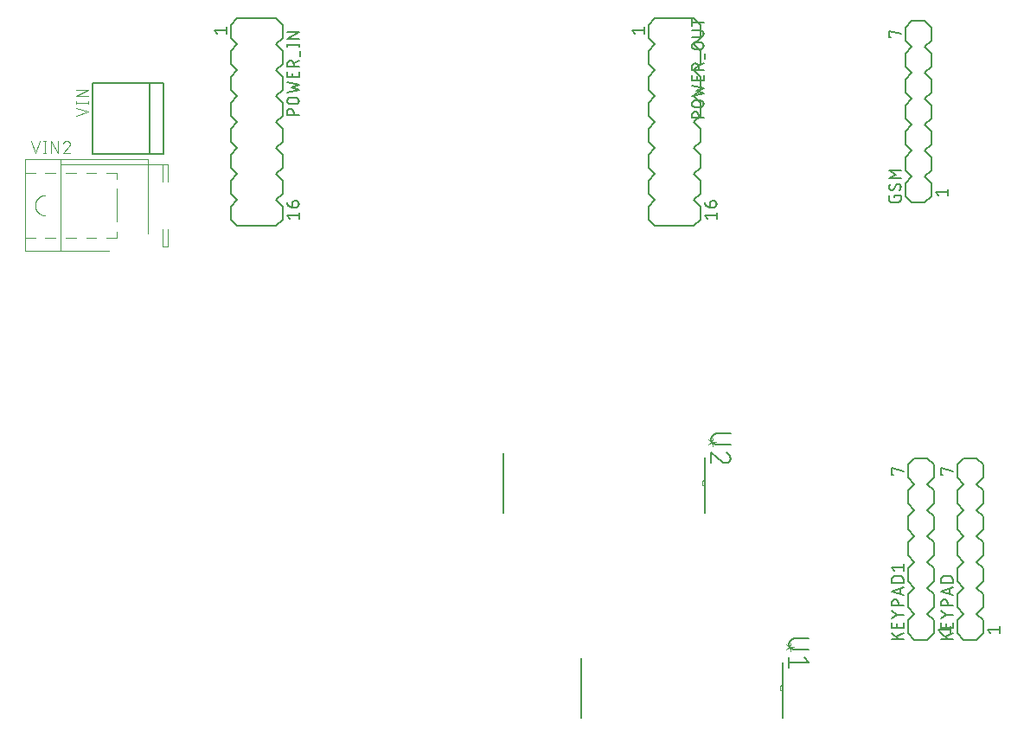
<source format=gbr>
G04 EAGLE Gerber RS-274X export*
G75*
%MOMM*%
%FSLAX34Y34*%
%LPD*%
%INSilkscreen Top*%
%IPPOS*%
%AMOC8*
5,1,8,0,0,1.08239X$1,22.5*%
G01*
%ADD10C,0.152400*%
%ADD11C,0.127000*%
%ADD12C,0.000000*%
%ADD13C,0.076200*%
%ADD14C,0.203200*%
%ADD15C,0.101600*%
%ADD16C,0.100000*%


D10*
X817880Y684530D02*
X817880Y697230D01*
X824230Y703580D01*
X836930Y703580D02*
X843280Y697230D01*
X824230Y703580D02*
X817880Y709930D01*
X817880Y722630D01*
X824230Y728980D01*
X836930Y728980D02*
X843280Y722630D01*
X843280Y709930D01*
X836930Y703580D01*
X836930Y678180D02*
X824230Y678180D01*
X817880Y684530D01*
X836930Y678180D02*
X843280Y684530D01*
X843280Y697230D01*
X824230Y728980D02*
X817880Y735330D01*
X817880Y748030D01*
X824230Y754380D01*
X836930Y754380D02*
X843280Y748030D01*
X843280Y735330D01*
X836930Y728980D01*
X817880Y760730D02*
X817880Y773430D01*
X824230Y779780D01*
X836930Y779780D02*
X843280Y773430D01*
X824230Y779780D02*
X817880Y786130D01*
X817880Y798830D01*
X824230Y805180D01*
X836930Y805180D02*
X843280Y798830D01*
X843280Y786130D01*
X836930Y779780D01*
X817880Y760730D02*
X824230Y754380D01*
X836930Y754380D02*
X843280Y760730D01*
X843280Y773430D01*
X824230Y805180D02*
X817880Y811530D01*
X817880Y824230D01*
X824230Y830580D01*
X836930Y830580D02*
X843280Y824230D01*
X843280Y811530D01*
X836930Y805180D01*
X817880Y836930D02*
X817880Y849630D01*
X824230Y855980D01*
X836930Y855980D01*
X843280Y849630D01*
X824230Y830580D02*
X817880Y836930D01*
X836930Y830580D02*
X843280Y836930D01*
X843280Y849630D01*
D11*
X847725Y688340D02*
X850265Y685165D01*
X847725Y688340D02*
X859155Y688340D01*
X859155Y685165D02*
X859155Y691515D01*
X803275Y840105D02*
X802005Y840105D01*
X802005Y846455D01*
X813435Y843280D01*
X807085Y685165D02*
X807085Y683260D01*
X807085Y685165D02*
X813435Y685165D01*
X813435Y681355D01*
X813433Y681255D01*
X813427Y681156D01*
X813417Y681056D01*
X813404Y680958D01*
X813386Y680859D01*
X813365Y680762D01*
X813340Y680666D01*
X813311Y680570D01*
X813278Y680476D01*
X813242Y680383D01*
X813202Y680292D01*
X813158Y680202D01*
X813111Y680114D01*
X813061Y680028D01*
X813007Y679944D01*
X812950Y679862D01*
X812890Y679783D01*
X812826Y679705D01*
X812760Y679631D01*
X812691Y679559D01*
X812619Y679490D01*
X812545Y679424D01*
X812467Y679360D01*
X812388Y679300D01*
X812306Y679243D01*
X812222Y679189D01*
X812136Y679139D01*
X812048Y679092D01*
X811958Y679048D01*
X811867Y679008D01*
X811774Y678972D01*
X811680Y678939D01*
X811584Y678910D01*
X811488Y678885D01*
X811391Y678864D01*
X811292Y678846D01*
X811194Y678833D01*
X811094Y678823D01*
X810995Y678817D01*
X810895Y678815D01*
X804545Y678815D01*
X804445Y678817D01*
X804346Y678823D01*
X804246Y678833D01*
X804148Y678846D01*
X804049Y678864D01*
X803952Y678885D01*
X803856Y678910D01*
X803760Y678939D01*
X803666Y678972D01*
X803573Y679008D01*
X803482Y679048D01*
X803392Y679092D01*
X803304Y679139D01*
X803218Y679189D01*
X803134Y679243D01*
X803052Y679300D01*
X802973Y679360D01*
X802895Y679424D01*
X802821Y679490D01*
X802749Y679559D01*
X802680Y679631D01*
X802614Y679705D01*
X802550Y679783D01*
X802490Y679862D01*
X802433Y679944D01*
X802379Y680028D01*
X802329Y680114D01*
X802282Y680202D01*
X802238Y680292D01*
X802198Y680383D01*
X802162Y680476D01*
X802129Y680570D01*
X802100Y680666D01*
X802075Y680762D01*
X802054Y680859D01*
X802036Y680958D01*
X802023Y681056D01*
X802013Y681156D01*
X802007Y681255D01*
X802005Y681355D01*
X802005Y685165D01*
X813435Y694055D02*
X813433Y694155D01*
X813427Y694254D01*
X813417Y694354D01*
X813404Y694452D01*
X813386Y694551D01*
X813365Y694648D01*
X813340Y694744D01*
X813311Y694840D01*
X813278Y694934D01*
X813242Y695027D01*
X813202Y695118D01*
X813158Y695208D01*
X813111Y695296D01*
X813061Y695382D01*
X813007Y695466D01*
X812950Y695548D01*
X812890Y695627D01*
X812826Y695705D01*
X812760Y695779D01*
X812691Y695851D01*
X812619Y695920D01*
X812545Y695986D01*
X812467Y696050D01*
X812388Y696110D01*
X812306Y696167D01*
X812222Y696221D01*
X812136Y696271D01*
X812048Y696318D01*
X811958Y696362D01*
X811867Y696402D01*
X811774Y696438D01*
X811680Y696471D01*
X811584Y696500D01*
X811488Y696525D01*
X811391Y696546D01*
X811292Y696564D01*
X811194Y696577D01*
X811094Y696587D01*
X810995Y696593D01*
X810895Y696595D01*
X813435Y694055D02*
X813433Y693914D01*
X813428Y693773D01*
X813418Y693632D01*
X813405Y693491D01*
X813389Y693351D01*
X813368Y693211D01*
X813344Y693072D01*
X813316Y692933D01*
X813285Y692796D01*
X813250Y692659D01*
X813212Y692523D01*
X813170Y692388D01*
X813124Y692255D01*
X813075Y692122D01*
X813022Y691991D01*
X812966Y691862D01*
X812907Y691733D01*
X812844Y691607D01*
X812778Y691482D01*
X812709Y691359D01*
X812636Y691238D01*
X812560Y691119D01*
X812481Y691001D01*
X812400Y690886D01*
X812315Y690774D01*
X812227Y690663D01*
X812136Y690555D01*
X812043Y690449D01*
X811946Y690346D01*
X811847Y690245D01*
X804545Y690563D02*
X804445Y690565D01*
X804346Y690571D01*
X804246Y690581D01*
X804148Y690594D01*
X804049Y690612D01*
X803952Y690633D01*
X803856Y690658D01*
X803760Y690687D01*
X803666Y690720D01*
X803573Y690756D01*
X803482Y690796D01*
X803392Y690840D01*
X803304Y690887D01*
X803218Y690937D01*
X803134Y690991D01*
X803052Y691048D01*
X802973Y691108D01*
X802895Y691172D01*
X802821Y691238D01*
X802749Y691307D01*
X802680Y691379D01*
X802614Y691453D01*
X802550Y691531D01*
X802490Y691610D01*
X802433Y691692D01*
X802379Y691776D01*
X802329Y691862D01*
X802282Y691950D01*
X802238Y692040D01*
X802198Y692131D01*
X802162Y692224D01*
X802129Y692318D01*
X802100Y692414D01*
X802075Y692510D01*
X802054Y692607D01*
X802036Y692706D01*
X802023Y692804D01*
X802013Y692904D01*
X802007Y693003D01*
X802005Y693103D01*
X802007Y693236D01*
X802012Y693369D01*
X802022Y693502D01*
X802035Y693635D01*
X802052Y693767D01*
X802072Y693899D01*
X802096Y694030D01*
X802124Y694160D01*
X802155Y694290D01*
X802190Y694418D01*
X802229Y694546D01*
X802271Y694672D01*
X802317Y694797D01*
X802366Y694921D01*
X802418Y695044D01*
X802474Y695165D01*
X802534Y695284D01*
X802596Y695402D01*
X802662Y695517D01*
X802731Y695631D01*
X802804Y695743D01*
X802879Y695853D01*
X802958Y695961D01*
X806768Y691832D02*
X806716Y691748D01*
X806661Y691665D01*
X806602Y691585D01*
X806541Y691507D01*
X806477Y691432D01*
X806409Y691359D01*
X806339Y691288D01*
X806267Y691221D01*
X806192Y691156D01*
X806114Y691094D01*
X806034Y691035D01*
X805952Y690979D01*
X805868Y690927D01*
X805782Y690878D01*
X805694Y690832D01*
X805604Y690789D01*
X805513Y690750D01*
X805420Y690715D01*
X805326Y690683D01*
X805231Y690655D01*
X805135Y690630D01*
X805038Y690610D01*
X804940Y690592D01*
X804842Y690579D01*
X804743Y690570D01*
X804644Y690564D01*
X804545Y690562D01*
X808672Y695325D02*
X808724Y695409D01*
X808779Y695492D01*
X808838Y695572D01*
X808899Y695650D01*
X808963Y695725D01*
X809031Y695798D01*
X809101Y695869D01*
X809173Y695936D01*
X809248Y696001D01*
X809326Y696063D01*
X809406Y696122D01*
X809488Y696178D01*
X809572Y696230D01*
X809658Y696279D01*
X809746Y696325D01*
X809836Y696368D01*
X809927Y696407D01*
X810020Y696442D01*
X810114Y696474D01*
X810209Y696502D01*
X810305Y696527D01*
X810402Y696547D01*
X810500Y696565D01*
X810598Y696578D01*
X810697Y696587D01*
X810796Y696593D01*
X810895Y696595D01*
X808673Y695325D02*
X806768Y691833D01*
X802005Y701802D02*
X813435Y701802D01*
X808355Y705612D02*
X802005Y701802D01*
X808355Y705612D02*
X802005Y709422D01*
X813435Y709422D01*
D10*
X868680Y269240D02*
X868680Y256540D01*
X868680Y269240D02*
X875030Y275590D01*
X887730Y275590D02*
X894080Y269240D01*
X875030Y275590D02*
X868680Y281940D01*
X868680Y294640D01*
X875030Y300990D01*
X887730Y300990D02*
X894080Y294640D01*
X894080Y281940D01*
X887730Y275590D01*
X887730Y250190D02*
X875030Y250190D01*
X868680Y256540D01*
X887730Y250190D02*
X894080Y256540D01*
X894080Y269240D01*
X875030Y300990D02*
X868680Y307340D01*
X868680Y320040D01*
X875030Y326390D01*
X887730Y326390D02*
X894080Y320040D01*
X894080Y307340D01*
X887730Y300990D01*
X868680Y332740D02*
X868680Y345440D01*
X875030Y351790D01*
X887730Y351790D02*
X894080Y345440D01*
X875030Y351790D02*
X868680Y358140D01*
X868680Y370840D01*
X875030Y377190D01*
X887730Y377190D02*
X894080Y370840D01*
X894080Y358140D01*
X887730Y351790D01*
X868680Y332740D02*
X875030Y326390D01*
X887730Y326390D02*
X894080Y332740D01*
X894080Y345440D01*
X875030Y377190D02*
X868680Y383540D01*
X868680Y396240D01*
X875030Y402590D01*
X887730Y402590D02*
X894080Y396240D01*
X894080Y383540D01*
X887730Y377190D01*
X868680Y408940D02*
X868680Y421640D01*
X875030Y427990D01*
X887730Y427990D01*
X894080Y421640D01*
X875030Y402590D02*
X868680Y408940D01*
X887730Y402590D02*
X894080Y408940D01*
X894080Y421640D01*
D11*
X898525Y260350D02*
X901065Y257175D01*
X898525Y260350D02*
X909955Y260350D01*
X909955Y257175D02*
X909955Y263525D01*
X854075Y412115D02*
X852805Y412115D01*
X852805Y418465D01*
X864235Y415290D01*
X864235Y250825D02*
X852805Y250825D01*
X852805Y257175D02*
X859790Y250825D01*
X857250Y253365D02*
X864235Y257175D01*
X864235Y262090D02*
X864235Y267170D01*
X864235Y262090D02*
X852805Y262090D01*
X852805Y267170D01*
X857885Y265900D02*
X857885Y262090D01*
X852805Y270954D02*
X858203Y274764D01*
X852805Y278574D01*
X858203Y274764D02*
X864235Y274764D01*
X864235Y283591D02*
X852805Y283591D01*
X852805Y286766D01*
X852807Y286877D01*
X852813Y286987D01*
X852822Y287098D01*
X852836Y287208D01*
X852853Y287317D01*
X852874Y287426D01*
X852899Y287534D01*
X852928Y287641D01*
X852960Y287747D01*
X852996Y287852D01*
X853036Y287955D01*
X853079Y288057D01*
X853126Y288158D01*
X853177Y288257D01*
X853230Y288354D01*
X853287Y288448D01*
X853348Y288541D01*
X853411Y288632D01*
X853478Y288721D01*
X853548Y288807D01*
X853621Y288890D01*
X853696Y288972D01*
X853774Y289050D01*
X853856Y289125D01*
X853939Y289198D01*
X854025Y289268D01*
X854114Y289335D01*
X854205Y289398D01*
X854298Y289459D01*
X854393Y289516D01*
X854489Y289569D01*
X854588Y289620D01*
X854689Y289667D01*
X854791Y289710D01*
X854894Y289750D01*
X854999Y289786D01*
X855105Y289818D01*
X855212Y289847D01*
X855320Y289872D01*
X855429Y289893D01*
X855538Y289910D01*
X855648Y289924D01*
X855759Y289933D01*
X855869Y289939D01*
X855980Y289941D01*
X856091Y289939D01*
X856201Y289933D01*
X856312Y289924D01*
X856422Y289910D01*
X856531Y289893D01*
X856640Y289872D01*
X856748Y289847D01*
X856855Y289818D01*
X856961Y289786D01*
X857066Y289750D01*
X857169Y289710D01*
X857271Y289667D01*
X857372Y289620D01*
X857471Y289569D01*
X857568Y289516D01*
X857662Y289459D01*
X857755Y289398D01*
X857846Y289335D01*
X857935Y289268D01*
X858021Y289198D01*
X858104Y289125D01*
X858186Y289050D01*
X858264Y288972D01*
X858339Y288890D01*
X858412Y288807D01*
X858482Y288721D01*
X858549Y288632D01*
X858612Y288541D01*
X858673Y288448D01*
X858730Y288354D01*
X858783Y288257D01*
X858834Y288158D01*
X858881Y288057D01*
X858924Y287955D01*
X858964Y287852D01*
X859000Y287747D01*
X859032Y287641D01*
X859061Y287534D01*
X859086Y287426D01*
X859107Y287317D01*
X859124Y287208D01*
X859138Y287098D01*
X859147Y286987D01*
X859153Y286877D01*
X859155Y286766D01*
X859155Y283591D01*
X864235Y293814D02*
X852805Y297624D01*
X864235Y301434D01*
X861378Y300482D02*
X861378Y294767D01*
X864235Y306260D02*
X852805Y306260D01*
X852805Y309435D01*
X852807Y309546D01*
X852813Y309656D01*
X852822Y309767D01*
X852836Y309877D01*
X852853Y309986D01*
X852874Y310095D01*
X852899Y310203D01*
X852928Y310310D01*
X852960Y310416D01*
X852996Y310521D01*
X853036Y310624D01*
X853079Y310726D01*
X853126Y310827D01*
X853177Y310926D01*
X853230Y311023D01*
X853287Y311117D01*
X853348Y311210D01*
X853411Y311301D01*
X853478Y311390D01*
X853548Y311476D01*
X853621Y311559D01*
X853696Y311641D01*
X853774Y311719D01*
X853856Y311794D01*
X853939Y311867D01*
X854025Y311937D01*
X854114Y312004D01*
X854205Y312067D01*
X854298Y312128D01*
X854393Y312185D01*
X854489Y312238D01*
X854588Y312289D01*
X854689Y312336D01*
X854791Y312379D01*
X854894Y312419D01*
X854999Y312455D01*
X855105Y312487D01*
X855212Y312516D01*
X855320Y312541D01*
X855429Y312562D01*
X855538Y312579D01*
X855648Y312593D01*
X855759Y312602D01*
X855869Y312608D01*
X855980Y312610D01*
X861060Y312610D01*
X861171Y312608D01*
X861281Y312602D01*
X861392Y312593D01*
X861502Y312579D01*
X861611Y312562D01*
X861720Y312541D01*
X861828Y312516D01*
X861935Y312487D01*
X862041Y312455D01*
X862146Y312419D01*
X862249Y312379D01*
X862351Y312336D01*
X862452Y312289D01*
X862551Y312238D01*
X862648Y312185D01*
X862742Y312128D01*
X862835Y312067D01*
X862926Y312004D01*
X863015Y311937D01*
X863101Y311867D01*
X863184Y311794D01*
X863266Y311719D01*
X863344Y311641D01*
X863419Y311559D01*
X863492Y311476D01*
X863562Y311390D01*
X863629Y311301D01*
X863692Y311210D01*
X863753Y311117D01*
X863810Y311023D01*
X863863Y310926D01*
X863914Y310827D01*
X863961Y310726D01*
X864004Y310624D01*
X864044Y310521D01*
X864080Y310416D01*
X864112Y310310D01*
X864141Y310203D01*
X864166Y310095D01*
X864187Y309986D01*
X864204Y309877D01*
X864218Y309767D01*
X864227Y309656D01*
X864233Y309546D01*
X864235Y309435D01*
X864235Y306260D01*
D10*
X820420Y269240D02*
X820420Y256540D01*
X820420Y269240D02*
X826770Y275590D01*
X839470Y275590D02*
X845820Y269240D01*
X826770Y275590D02*
X820420Y281940D01*
X820420Y294640D01*
X826770Y300990D01*
X839470Y300990D02*
X845820Y294640D01*
X845820Y281940D01*
X839470Y275590D01*
X839470Y250190D02*
X826770Y250190D01*
X820420Y256540D01*
X839470Y250190D02*
X845820Y256540D01*
X845820Y269240D01*
X826770Y300990D02*
X820420Y307340D01*
X820420Y320040D01*
X826770Y326390D01*
X839470Y326390D02*
X845820Y320040D01*
X845820Y307340D01*
X839470Y300990D01*
X820420Y332740D02*
X820420Y345440D01*
X826770Y351790D01*
X839470Y351790D02*
X845820Y345440D01*
X826770Y351790D02*
X820420Y358140D01*
X820420Y370840D01*
X826770Y377190D01*
X839470Y377190D02*
X845820Y370840D01*
X845820Y358140D01*
X839470Y351790D01*
X820420Y332740D02*
X826770Y326390D01*
X839470Y326390D02*
X845820Y332740D01*
X845820Y345440D01*
X826770Y377190D02*
X820420Y383540D01*
X820420Y396240D01*
X826770Y402590D01*
X839470Y402590D02*
X845820Y396240D01*
X845820Y383540D01*
X839470Y377190D01*
X820420Y408940D02*
X820420Y421640D01*
X826770Y427990D01*
X839470Y427990D01*
X845820Y421640D01*
X826770Y402590D02*
X820420Y408940D01*
X839470Y402590D02*
X845820Y408940D01*
X845820Y421640D01*
D11*
X850265Y260350D02*
X852805Y257175D01*
X850265Y260350D02*
X861695Y260350D01*
X861695Y257175D02*
X861695Y263525D01*
X805815Y412115D02*
X804545Y412115D01*
X804545Y418465D01*
X815975Y415290D01*
X815975Y250825D02*
X804545Y250825D01*
X804545Y257175D02*
X811530Y250825D01*
X808990Y253365D02*
X815975Y257175D01*
X815975Y262090D02*
X815975Y267170D01*
X815975Y262090D02*
X804545Y262090D01*
X804545Y267170D01*
X809625Y265900D02*
X809625Y262090D01*
X804545Y270954D02*
X809943Y274764D01*
X804545Y278574D01*
X809943Y274764D02*
X815975Y274764D01*
X815975Y283591D02*
X804545Y283591D01*
X804545Y286766D01*
X804547Y286877D01*
X804553Y286987D01*
X804562Y287098D01*
X804576Y287208D01*
X804593Y287317D01*
X804614Y287426D01*
X804639Y287534D01*
X804668Y287641D01*
X804700Y287747D01*
X804736Y287852D01*
X804776Y287955D01*
X804819Y288057D01*
X804866Y288158D01*
X804917Y288257D01*
X804970Y288354D01*
X805027Y288448D01*
X805088Y288541D01*
X805151Y288632D01*
X805218Y288721D01*
X805288Y288807D01*
X805361Y288890D01*
X805436Y288972D01*
X805514Y289050D01*
X805596Y289125D01*
X805679Y289198D01*
X805765Y289268D01*
X805854Y289335D01*
X805945Y289398D01*
X806038Y289459D01*
X806133Y289516D01*
X806229Y289569D01*
X806328Y289620D01*
X806429Y289667D01*
X806531Y289710D01*
X806634Y289750D01*
X806739Y289786D01*
X806845Y289818D01*
X806952Y289847D01*
X807060Y289872D01*
X807169Y289893D01*
X807278Y289910D01*
X807388Y289924D01*
X807499Y289933D01*
X807609Y289939D01*
X807720Y289941D01*
X807831Y289939D01*
X807941Y289933D01*
X808052Y289924D01*
X808162Y289910D01*
X808271Y289893D01*
X808380Y289872D01*
X808488Y289847D01*
X808595Y289818D01*
X808701Y289786D01*
X808806Y289750D01*
X808909Y289710D01*
X809011Y289667D01*
X809112Y289620D01*
X809211Y289569D01*
X809308Y289516D01*
X809402Y289459D01*
X809495Y289398D01*
X809586Y289335D01*
X809675Y289268D01*
X809761Y289198D01*
X809844Y289125D01*
X809926Y289050D01*
X810004Y288972D01*
X810079Y288890D01*
X810152Y288807D01*
X810222Y288721D01*
X810289Y288632D01*
X810352Y288541D01*
X810413Y288448D01*
X810470Y288354D01*
X810523Y288257D01*
X810574Y288158D01*
X810621Y288057D01*
X810664Y287955D01*
X810704Y287852D01*
X810740Y287747D01*
X810772Y287641D01*
X810801Y287534D01*
X810826Y287426D01*
X810847Y287317D01*
X810864Y287208D01*
X810878Y287098D01*
X810887Y286987D01*
X810893Y286877D01*
X810895Y286766D01*
X810895Y283591D01*
X815975Y293814D02*
X804545Y297624D01*
X815975Y301434D01*
X813118Y300482D02*
X813118Y294767D01*
X815975Y306260D02*
X804545Y306260D01*
X804545Y309435D01*
X804547Y309546D01*
X804553Y309656D01*
X804562Y309767D01*
X804576Y309877D01*
X804593Y309986D01*
X804614Y310095D01*
X804639Y310203D01*
X804668Y310310D01*
X804700Y310416D01*
X804736Y310521D01*
X804776Y310624D01*
X804819Y310726D01*
X804866Y310827D01*
X804917Y310926D01*
X804970Y311023D01*
X805027Y311117D01*
X805088Y311210D01*
X805151Y311301D01*
X805218Y311390D01*
X805288Y311476D01*
X805361Y311559D01*
X805436Y311641D01*
X805514Y311719D01*
X805596Y311794D01*
X805679Y311867D01*
X805765Y311937D01*
X805854Y312004D01*
X805945Y312067D01*
X806038Y312128D01*
X806133Y312185D01*
X806229Y312238D01*
X806328Y312289D01*
X806429Y312336D01*
X806531Y312379D01*
X806634Y312419D01*
X806739Y312455D01*
X806845Y312487D01*
X806952Y312516D01*
X807060Y312541D01*
X807169Y312562D01*
X807278Y312579D01*
X807388Y312593D01*
X807499Y312602D01*
X807609Y312608D01*
X807720Y312610D01*
X812800Y312610D01*
X812911Y312608D01*
X813021Y312602D01*
X813132Y312593D01*
X813242Y312579D01*
X813351Y312562D01*
X813460Y312541D01*
X813568Y312516D01*
X813675Y312487D01*
X813781Y312455D01*
X813886Y312419D01*
X813989Y312379D01*
X814091Y312336D01*
X814192Y312289D01*
X814291Y312238D01*
X814388Y312185D01*
X814482Y312128D01*
X814575Y312067D01*
X814666Y312004D01*
X814755Y311937D01*
X814841Y311867D01*
X814924Y311794D01*
X815006Y311719D01*
X815084Y311641D01*
X815159Y311559D01*
X815232Y311476D01*
X815302Y311390D01*
X815369Y311301D01*
X815432Y311210D01*
X815493Y311117D01*
X815550Y311023D01*
X815603Y310926D01*
X815654Y310827D01*
X815701Y310726D01*
X815744Y310624D01*
X815784Y310521D01*
X815820Y310416D01*
X815852Y310310D01*
X815881Y310203D01*
X815906Y310095D01*
X815927Y309986D01*
X815944Y309877D01*
X815958Y309767D01*
X815967Y309656D01*
X815973Y309546D01*
X815975Y309435D01*
X815975Y306260D01*
X807085Y318071D02*
X804545Y321246D01*
X815975Y321246D01*
X815975Y318071D02*
X815975Y324421D01*
D10*
X208280Y839470D02*
X208280Y852170D01*
X208280Y839470D02*
X201930Y833120D01*
X208280Y826770D01*
X208280Y814070D01*
X201930Y807720D01*
X208280Y852170D02*
X201930Y858520D01*
X201930Y807720D02*
X208280Y801370D01*
X208280Y788670D01*
X201930Y782320D01*
X208280Y775970D02*
X208280Y763270D01*
X201930Y756920D01*
X208280Y750570D01*
X208280Y737870D01*
X201930Y731520D01*
X208280Y775970D02*
X201930Y782320D01*
X201930Y731520D02*
X208280Y725170D01*
X208280Y712470D01*
X201930Y706120D01*
X163830Y833120D02*
X157480Y839470D01*
X157480Y814070D02*
X163830Y807720D01*
X157480Y814070D02*
X157480Y826770D01*
X163830Y833120D01*
X163830Y858520D02*
X201930Y858520D01*
X163830Y858520D02*
X157480Y852170D01*
X157480Y839470D01*
X157480Y788670D02*
X163830Y782320D01*
X157480Y788670D02*
X157480Y801370D01*
X163830Y807720D01*
X157480Y763270D02*
X163830Y756920D01*
X157480Y737870D02*
X163830Y731520D01*
X157480Y737870D02*
X157480Y750570D01*
X163830Y756920D01*
X157480Y775970D02*
X163830Y782320D01*
X157480Y775970D02*
X157480Y763270D01*
X157480Y712470D02*
X163830Y706120D01*
X157480Y712470D02*
X157480Y725170D01*
X163830Y731520D01*
X208280Y699770D02*
X208280Y687070D01*
X201930Y680720D01*
X208280Y674370D01*
X208280Y661670D01*
X201930Y655320D01*
X208280Y699770D02*
X201930Y706120D01*
X201930Y655320D02*
X163830Y655320D01*
X163830Y680720D02*
X157480Y687070D01*
X157480Y661670D02*
X163830Y655320D01*
X157480Y661670D02*
X157480Y674370D01*
X163830Y680720D01*
X157480Y699770D02*
X163830Y706120D01*
X157480Y699770D02*
X157480Y687070D01*
D11*
X144145Y843915D02*
X141605Y847090D01*
X153035Y847090D01*
X153035Y843915D02*
X153035Y850265D01*
X212725Y665480D02*
X215265Y662305D01*
X212725Y665480D02*
X224155Y665480D01*
X224155Y662305D02*
X224155Y668655D01*
X217805Y673735D02*
X217805Y677545D01*
X217807Y677645D01*
X217813Y677744D01*
X217823Y677844D01*
X217836Y677942D01*
X217854Y678041D01*
X217875Y678138D01*
X217900Y678234D01*
X217929Y678330D01*
X217962Y678424D01*
X217998Y678517D01*
X218038Y678608D01*
X218082Y678698D01*
X218129Y678786D01*
X218179Y678872D01*
X218233Y678956D01*
X218290Y679038D01*
X218350Y679117D01*
X218414Y679195D01*
X218480Y679269D01*
X218549Y679341D01*
X218621Y679410D01*
X218695Y679476D01*
X218773Y679540D01*
X218852Y679600D01*
X218934Y679657D01*
X219018Y679711D01*
X219104Y679761D01*
X219192Y679808D01*
X219282Y679852D01*
X219373Y679892D01*
X219466Y679928D01*
X219560Y679961D01*
X219656Y679990D01*
X219752Y680015D01*
X219849Y680036D01*
X219948Y680054D01*
X220046Y680067D01*
X220146Y680077D01*
X220245Y680083D01*
X220345Y680085D01*
X220980Y680085D01*
X221091Y680083D01*
X221201Y680077D01*
X221312Y680068D01*
X221422Y680054D01*
X221531Y680037D01*
X221640Y680016D01*
X221748Y679991D01*
X221855Y679962D01*
X221961Y679930D01*
X222066Y679894D01*
X222169Y679854D01*
X222271Y679811D01*
X222372Y679764D01*
X222471Y679713D01*
X222568Y679660D01*
X222662Y679603D01*
X222755Y679542D01*
X222846Y679479D01*
X222935Y679412D01*
X223021Y679342D01*
X223104Y679269D01*
X223186Y679194D01*
X223264Y679116D01*
X223339Y679034D01*
X223412Y678951D01*
X223482Y678865D01*
X223549Y678776D01*
X223612Y678685D01*
X223673Y678592D01*
X223730Y678497D01*
X223783Y678401D01*
X223834Y678302D01*
X223881Y678201D01*
X223924Y678099D01*
X223964Y677996D01*
X224000Y677891D01*
X224032Y677785D01*
X224061Y677678D01*
X224086Y677570D01*
X224107Y677461D01*
X224124Y677352D01*
X224138Y677242D01*
X224147Y677131D01*
X224153Y677021D01*
X224155Y676910D01*
X224153Y676799D01*
X224147Y676689D01*
X224138Y676578D01*
X224124Y676468D01*
X224107Y676359D01*
X224086Y676250D01*
X224061Y676142D01*
X224032Y676035D01*
X224000Y675929D01*
X223964Y675824D01*
X223924Y675721D01*
X223881Y675619D01*
X223834Y675518D01*
X223783Y675419D01*
X223730Y675323D01*
X223673Y675228D01*
X223612Y675135D01*
X223549Y675044D01*
X223482Y674955D01*
X223412Y674869D01*
X223339Y674786D01*
X223264Y674704D01*
X223186Y674626D01*
X223104Y674551D01*
X223021Y674478D01*
X222935Y674408D01*
X222846Y674341D01*
X222755Y674278D01*
X222662Y674217D01*
X222567Y674160D01*
X222471Y674107D01*
X222372Y674056D01*
X222271Y674009D01*
X222169Y673966D01*
X222066Y673926D01*
X221961Y673890D01*
X221855Y673858D01*
X221748Y673829D01*
X221640Y673804D01*
X221531Y673783D01*
X221422Y673766D01*
X221312Y673752D01*
X221201Y673743D01*
X221091Y673737D01*
X220980Y673735D01*
X217805Y673735D01*
X217665Y673737D01*
X217525Y673743D01*
X217385Y673752D01*
X217246Y673766D01*
X217107Y673783D01*
X216969Y673804D01*
X216831Y673829D01*
X216694Y673858D01*
X216558Y673890D01*
X216423Y673927D01*
X216289Y673967D01*
X216156Y674010D01*
X216024Y674058D01*
X215893Y674108D01*
X215764Y674163D01*
X215637Y674221D01*
X215511Y674282D01*
X215387Y674347D01*
X215265Y674416D01*
X215145Y674487D01*
X215027Y674562D01*
X214910Y674640D01*
X214796Y674722D01*
X214685Y674806D01*
X214576Y674894D01*
X214469Y674984D01*
X214364Y675078D01*
X214263Y675174D01*
X214164Y675273D01*
X214068Y675374D01*
X213974Y675479D01*
X213884Y675586D01*
X213796Y675695D01*
X213712Y675806D01*
X213630Y675920D01*
X213552Y676037D01*
X213477Y676155D01*
X213406Y676275D01*
X213337Y676397D01*
X213272Y676521D01*
X213211Y676647D01*
X213153Y676774D01*
X213098Y676903D01*
X213048Y677034D01*
X213000Y677166D01*
X212957Y677299D01*
X212917Y677433D01*
X212880Y677568D01*
X212848Y677704D01*
X212819Y677841D01*
X212794Y677979D01*
X212773Y678117D01*
X212756Y678256D01*
X212742Y678395D01*
X212733Y678535D01*
X212727Y678675D01*
X212725Y678815D01*
X212725Y763969D02*
X224155Y763969D01*
X212725Y763969D02*
X212725Y767144D01*
X212727Y767255D01*
X212733Y767365D01*
X212742Y767476D01*
X212756Y767586D01*
X212773Y767695D01*
X212794Y767804D01*
X212819Y767912D01*
X212848Y768019D01*
X212880Y768125D01*
X212916Y768230D01*
X212956Y768333D01*
X212999Y768435D01*
X213046Y768536D01*
X213097Y768635D01*
X213150Y768732D01*
X213207Y768826D01*
X213268Y768919D01*
X213331Y769010D01*
X213398Y769099D01*
X213468Y769185D01*
X213541Y769268D01*
X213616Y769350D01*
X213694Y769428D01*
X213776Y769503D01*
X213859Y769576D01*
X213945Y769646D01*
X214034Y769713D01*
X214125Y769776D01*
X214218Y769837D01*
X214313Y769894D01*
X214409Y769947D01*
X214508Y769998D01*
X214609Y770045D01*
X214711Y770088D01*
X214814Y770128D01*
X214919Y770164D01*
X215025Y770196D01*
X215132Y770225D01*
X215240Y770250D01*
X215349Y770271D01*
X215458Y770288D01*
X215568Y770302D01*
X215679Y770311D01*
X215789Y770317D01*
X215900Y770319D01*
X216011Y770317D01*
X216121Y770311D01*
X216232Y770302D01*
X216342Y770288D01*
X216451Y770271D01*
X216560Y770250D01*
X216668Y770225D01*
X216775Y770196D01*
X216881Y770164D01*
X216986Y770128D01*
X217089Y770088D01*
X217191Y770045D01*
X217292Y769998D01*
X217391Y769947D01*
X217488Y769894D01*
X217582Y769837D01*
X217675Y769776D01*
X217766Y769713D01*
X217855Y769646D01*
X217941Y769576D01*
X218024Y769503D01*
X218106Y769428D01*
X218184Y769350D01*
X218259Y769268D01*
X218332Y769185D01*
X218402Y769099D01*
X218469Y769010D01*
X218532Y768919D01*
X218593Y768826D01*
X218650Y768732D01*
X218703Y768635D01*
X218754Y768536D01*
X218801Y768435D01*
X218844Y768333D01*
X218884Y768230D01*
X218920Y768125D01*
X218952Y768019D01*
X218981Y767912D01*
X219006Y767804D01*
X219027Y767695D01*
X219044Y767586D01*
X219058Y767476D01*
X219067Y767365D01*
X219073Y767255D01*
X219075Y767144D01*
X219075Y763969D01*
X220980Y774827D02*
X215900Y774827D01*
X215789Y774829D01*
X215679Y774835D01*
X215568Y774844D01*
X215458Y774858D01*
X215349Y774875D01*
X215240Y774896D01*
X215132Y774921D01*
X215025Y774950D01*
X214919Y774982D01*
X214814Y775018D01*
X214711Y775058D01*
X214609Y775101D01*
X214508Y775148D01*
X214409Y775199D01*
X214313Y775252D01*
X214218Y775309D01*
X214125Y775370D01*
X214034Y775433D01*
X213945Y775500D01*
X213859Y775570D01*
X213776Y775643D01*
X213694Y775718D01*
X213616Y775796D01*
X213541Y775878D01*
X213468Y775961D01*
X213398Y776047D01*
X213331Y776136D01*
X213268Y776227D01*
X213207Y776320D01*
X213150Y776415D01*
X213097Y776511D01*
X213046Y776610D01*
X212999Y776711D01*
X212956Y776813D01*
X212916Y776916D01*
X212880Y777021D01*
X212848Y777127D01*
X212819Y777234D01*
X212794Y777342D01*
X212773Y777451D01*
X212756Y777560D01*
X212742Y777670D01*
X212733Y777781D01*
X212727Y777891D01*
X212725Y778002D01*
X212727Y778113D01*
X212733Y778223D01*
X212742Y778334D01*
X212756Y778444D01*
X212773Y778553D01*
X212794Y778662D01*
X212819Y778770D01*
X212848Y778877D01*
X212880Y778983D01*
X212916Y779088D01*
X212956Y779191D01*
X212999Y779293D01*
X213046Y779394D01*
X213097Y779493D01*
X213150Y779590D01*
X213207Y779684D01*
X213268Y779777D01*
X213331Y779868D01*
X213398Y779957D01*
X213468Y780043D01*
X213541Y780126D01*
X213616Y780208D01*
X213694Y780286D01*
X213776Y780361D01*
X213859Y780434D01*
X213945Y780504D01*
X214034Y780571D01*
X214125Y780634D01*
X214218Y780695D01*
X214313Y780752D01*
X214409Y780805D01*
X214508Y780856D01*
X214609Y780903D01*
X214711Y780946D01*
X214814Y780986D01*
X214919Y781022D01*
X215025Y781054D01*
X215132Y781083D01*
X215240Y781108D01*
X215349Y781129D01*
X215458Y781146D01*
X215568Y781160D01*
X215679Y781169D01*
X215789Y781175D01*
X215900Y781177D01*
X220980Y781177D01*
X221091Y781175D01*
X221201Y781169D01*
X221312Y781160D01*
X221422Y781146D01*
X221531Y781129D01*
X221640Y781108D01*
X221748Y781083D01*
X221855Y781054D01*
X221961Y781022D01*
X222066Y780986D01*
X222169Y780946D01*
X222271Y780903D01*
X222372Y780856D01*
X222471Y780805D01*
X222568Y780752D01*
X222662Y780695D01*
X222755Y780634D01*
X222846Y780571D01*
X222935Y780504D01*
X223021Y780434D01*
X223104Y780361D01*
X223186Y780286D01*
X223264Y780208D01*
X223339Y780126D01*
X223412Y780043D01*
X223482Y779957D01*
X223549Y779868D01*
X223612Y779777D01*
X223673Y779684D01*
X223730Y779589D01*
X223783Y779493D01*
X223834Y779394D01*
X223881Y779293D01*
X223924Y779191D01*
X223964Y779088D01*
X224000Y778983D01*
X224032Y778877D01*
X224061Y778770D01*
X224086Y778662D01*
X224107Y778553D01*
X224124Y778444D01*
X224138Y778334D01*
X224147Y778223D01*
X224153Y778113D01*
X224155Y778002D01*
X224153Y777891D01*
X224147Y777781D01*
X224138Y777670D01*
X224124Y777560D01*
X224107Y777451D01*
X224086Y777342D01*
X224061Y777234D01*
X224032Y777127D01*
X224000Y777021D01*
X223964Y776916D01*
X223924Y776813D01*
X223881Y776711D01*
X223834Y776610D01*
X223783Y776511D01*
X223730Y776415D01*
X223673Y776320D01*
X223612Y776227D01*
X223549Y776136D01*
X223482Y776047D01*
X223412Y775961D01*
X223339Y775878D01*
X223264Y775796D01*
X223186Y775718D01*
X223104Y775643D01*
X223021Y775570D01*
X222935Y775500D01*
X222846Y775433D01*
X222755Y775370D01*
X222662Y775309D01*
X222567Y775252D01*
X222471Y775199D01*
X222372Y775148D01*
X222271Y775101D01*
X222169Y775058D01*
X222066Y775018D01*
X221961Y774982D01*
X221855Y774950D01*
X221748Y774921D01*
X221640Y774896D01*
X221531Y774875D01*
X221422Y774858D01*
X221312Y774844D01*
X221201Y774835D01*
X221091Y774829D01*
X220980Y774827D01*
X212725Y785876D02*
X224155Y788416D01*
X216535Y790956D01*
X224155Y793496D01*
X212725Y796036D01*
X224155Y801141D02*
X224155Y806221D01*
X224155Y801141D02*
X212725Y801141D01*
X212725Y806221D01*
X217805Y804951D02*
X217805Y801141D01*
X212725Y811105D02*
X224155Y811105D01*
X212725Y811105D02*
X212725Y814280D01*
X212727Y814391D01*
X212733Y814501D01*
X212742Y814612D01*
X212756Y814722D01*
X212773Y814831D01*
X212794Y814940D01*
X212819Y815048D01*
X212848Y815155D01*
X212880Y815261D01*
X212916Y815366D01*
X212956Y815469D01*
X212999Y815571D01*
X213046Y815672D01*
X213097Y815771D01*
X213150Y815868D01*
X213207Y815962D01*
X213268Y816055D01*
X213331Y816146D01*
X213398Y816235D01*
X213468Y816321D01*
X213541Y816404D01*
X213616Y816486D01*
X213694Y816564D01*
X213776Y816639D01*
X213859Y816712D01*
X213945Y816782D01*
X214034Y816849D01*
X214125Y816912D01*
X214218Y816973D01*
X214313Y817030D01*
X214409Y817083D01*
X214508Y817134D01*
X214609Y817181D01*
X214711Y817224D01*
X214814Y817264D01*
X214919Y817300D01*
X215025Y817332D01*
X215132Y817361D01*
X215240Y817386D01*
X215349Y817407D01*
X215458Y817424D01*
X215568Y817438D01*
X215679Y817447D01*
X215789Y817453D01*
X215900Y817455D01*
X216011Y817453D01*
X216121Y817447D01*
X216232Y817438D01*
X216342Y817424D01*
X216451Y817407D01*
X216560Y817386D01*
X216668Y817361D01*
X216775Y817332D01*
X216881Y817300D01*
X216986Y817264D01*
X217089Y817224D01*
X217191Y817181D01*
X217292Y817134D01*
X217391Y817083D01*
X217488Y817030D01*
X217582Y816973D01*
X217675Y816912D01*
X217766Y816849D01*
X217855Y816782D01*
X217941Y816712D01*
X218024Y816639D01*
X218106Y816564D01*
X218184Y816486D01*
X218259Y816404D01*
X218332Y816321D01*
X218402Y816235D01*
X218469Y816146D01*
X218532Y816055D01*
X218593Y815962D01*
X218650Y815868D01*
X218703Y815771D01*
X218754Y815672D01*
X218801Y815571D01*
X218844Y815469D01*
X218884Y815366D01*
X218920Y815261D01*
X218952Y815155D01*
X218981Y815048D01*
X219006Y814940D01*
X219027Y814831D01*
X219044Y814722D01*
X219058Y814612D01*
X219067Y814501D01*
X219073Y814391D01*
X219075Y814280D01*
X219075Y811105D01*
X219075Y814915D02*
X224155Y817455D01*
X225425Y821944D02*
X225425Y827024D01*
X224155Y832485D02*
X212725Y832485D01*
X224155Y831215D02*
X224155Y833755D01*
X212725Y833755D02*
X212725Y831215D01*
X212725Y838835D02*
X224155Y838835D01*
X224155Y845185D02*
X212725Y838835D01*
X212725Y845185D02*
X224155Y845185D01*
D10*
X500888Y232410D02*
X500888Y173990D01*
X697992Y173990D02*
X697992Y200152D01*
X697992Y206248D01*
X697992Y228092D01*
D12*
X697992Y206248D02*
X697883Y206246D01*
X697775Y206240D01*
X697666Y206231D01*
X697558Y206217D01*
X697451Y206200D01*
X697344Y206178D01*
X697238Y206153D01*
X697133Y206125D01*
X697029Y206092D01*
X696927Y206056D01*
X696826Y206016D01*
X696726Y205973D01*
X696628Y205926D01*
X696531Y205875D01*
X696437Y205821D01*
X696344Y205764D01*
X696254Y205704D01*
X696165Y205640D01*
X696079Y205573D01*
X695996Y205504D01*
X695915Y205431D01*
X695837Y205355D01*
X695761Y205277D01*
X695688Y205196D01*
X695619Y205113D01*
X695552Y205027D01*
X695488Y204938D01*
X695428Y204848D01*
X695371Y204755D01*
X695317Y204661D01*
X695266Y204564D01*
X695219Y204466D01*
X695176Y204366D01*
X695136Y204265D01*
X695100Y204163D01*
X695067Y204059D01*
X695039Y203954D01*
X695014Y203848D01*
X694992Y203741D01*
X694975Y203634D01*
X694961Y203526D01*
X694952Y203417D01*
X694946Y203309D01*
X694944Y203200D01*
X694946Y203091D01*
X694952Y202983D01*
X694961Y202874D01*
X694975Y202766D01*
X694992Y202659D01*
X695014Y202552D01*
X695039Y202446D01*
X695067Y202341D01*
X695100Y202237D01*
X695136Y202135D01*
X695176Y202034D01*
X695219Y201934D01*
X695266Y201836D01*
X695317Y201739D01*
X695371Y201645D01*
X695428Y201552D01*
X695488Y201462D01*
X695552Y201373D01*
X695619Y201287D01*
X695688Y201204D01*
X695761Y201123D01*
X695837Y201045D01*
X695915Y200969D01*
X695996Y200896D01*
X696079Y200827D01*
X696165Y200760D01*
X696254Y200696D01*
X696344Y200636D01*
X696437Y200579D01*
X696531Y200525D01*
X696628Y200474D01*
X696726Y200427D01*
X696826Y200384D01*
X696927Y200344D01*
X697029Y200308D01*
X697133Y200275D01*
X697238Y200247D01*
X697344Y200222D01*
X697451Y200200D01*
X697558Y200183D01*
X697666Y200169D01*
X697775Y200160D01*
X697883Y200154D01*
X697992Y200152D01*
D13*
X704540Y243113D02*
X708519Y243113D01*
X704540Y243113D02*
X701555Y240792D01*
X704540Y243113D02*
X701555Y245435D01*
X704540Y243113D02*
X705866Y239466D01*
X704540Y243113D02*
X705866Y246761D01*
D14*
X709309Y251460D02*
X722884Y251460D01*
X709309Y251460D02*
X709166Y251458D01*
X709024Y251452D01*
X708882Y251442D01*
X708740Y251429D01*
X708598Y251411D01*
X708457Y251390D01*
X708317Y251365D01*
X708177Y251336D01*
X708038Y251303D01*
X707900Y251266D01*
X707764Y251226D01*
X707628Y251182D01*
X707494Y251134D01*
X707361Y251083D01*
X707229Y251028D01*
X707099Y250969D01*
X706971Y250907D01*
X706844Y250841D01*
X706719Y250772D01*
X706596Y250700D01*
X706475Y250624D01*
X706357Y250545D01*
X706240Y250463D01*
X706126Y250377D01*
X706014Y250289D01*
X705905Y250197D01*
X705798Y250103D01*
X705694Y250006D01*
X705592Y249906D01*
X705493Y249803D01*
X705397Y249697D01*
X705304Y249589D01*
X705214Y249478D01*
X705127Y249365D01*
X705044Y249250D01*
X704963Y249132D01*
X704886Y249012D01*
X704811Y248891D01*
X704741Y248767D01*
X704673Y248641D01*
X704609Y248513D01*
X704549Y248384D01*
X704492Y248253D01*
X704439Y248121D01*
X704389Y247987D01*
X704344Y247852D01*
X704301Y247716D01*
X704263Y247579D01*
X704228Y247440D01*
X704197Y247301D01*
X704170Y247161D01*
X704147Y247021D01*
X704127Y246879D01*
X704112Y246737D01*
X704100Y246595D01*
X704092Y246453D01*
X704088Y246310D01*
X704088Y246168D01*
X704092Y246025D01*
X704100Y245883D01*
X704112Y245741D01*
X704127Y245599D01*
X704147Y245457D01*
X704170Y245317D01*
X704197Y245177D01*
X704228Y245038D01*
X704263Y244899D01*
X704301Y244762D01*
X704344Y244626D01*
X704389Y244491D01*
X704439Y244357D01*
X704492Y244225D01*
X704549Y244094D01*
X704609Y243965D01*
X704673Y243837D01*
X704741Y243711D01*
X704811Y243587D01*
X704886Y243466D01*
X704963Y243346D01*
X705044Y243228D01*
X705127Y243113D01*
X705214Y243000D01*
X705304Y242889D01*
X705397Y242781D01*
X705493Y242675D01*
X705592Y242572D01*
X705694Y242472D01*
X705798Y242375D01*
X705905Y242281D01*
X706014Y242189D01*
X706126Y242101D01*
X706240Y242015D01*
X706357Y241933D01*
X706475Y241854D01*
X706596Y241778D01*
X706719Y241706D01*
X706844Y241637D01*
X706971Y241571D01*
X707099Y241509D01*
X707229Y241450D01*
X707361Y241395D01*
X707494Y241344D01*
X707628Y241296D01*
X707764Y241252D01*
X707900Y241212D01*
X708038Y241175D01*
X708177Y241142D01*
X708317Y241113D01*
X708457Y241088D01*
X708598Y241067D01*
X708740Y241049D01*
X708882Y241036D01*
X709024Y241026D01*
X709166Y241020D01*
X709309Y241018D01*
X722884Y241018D01*
X718707Y233031D02*
X722884Y227810D01*
X704088Y227810D01*
X704088Y233031D02*
X704088Y222589D01*
D10*
X424688Y374650D02*
X424688Y433070D01*
X621792Y400812D02*
X621792Y374650D01*
X621792Y400812D02*
X621792Y406908D01*
X621792Y428752D01*
D12*
X621792Y406908D02*
X621683Y406906D01*
X621575Y406900D01*
X621466Y406891D01*
X621358Y406877D01*
X621251Y406860D01*
X621144Y406838D01*
X621038Y406813D01*
X620933Y406785D01*
X620829Y406752D01*
X620727Y406716D01*
X620626Y406676D01*
X620526Y406633D01*
X620428Y406586D01*
X620331Y406535D01*
X620237Y406481D01*
X620144Y406424D01*
X620054Y406364D01*
X619965Y406300D01*
X619879Y406233D01*
X619796Y406164D01*
X619715Y406091D01*
X619637Y406015D01*
X619561Y405937D01*
X619488Y405856D01*
X619419Y405773D01*
X619352Y405687D01*
X619288Y405598D01*
X619228Y405508D01*
X619171Y405415D01*
X619117Y405321D01*
X619066Y405224D01*
X619019Y405126D01*
X618976Y405026D01*
X618936Y404925D01*
X618900Y404823D01*
X618867Y404719D01*
X618839Y404614D01*
X618814Y404508D01*
X618792Y404401D01*
X618775Y404294D01*
X618761Y404186D01*
X618752Y404077D01*
X618746Y403969D01*
X618744Y403860D01*
X618746Y403751D01*
X618752Y403643D01*
X618761Y403534D01*
X618775Y403426D01*
X618792Y403319D01*
X618814Y403212D01*
X618839Y403106D01*
X618867Y403001D01*
X618900Y402897D01*
X618936Y402795D01*
X618976Y402694D01*
X619019Y402594D01*
X619066Y402496D01*
X619117Y402399D01*
X619171Y402305D01*
X619228Y402212D01*
X619288Y402122D01*
X619352Y402033D01*
X619419Y401947D01*
X619488Y401864D01*
X619561Y401783D01*
X619637Y401705D01*
X619715Y401629D01*
X619796Y401556D01*
X619879Y401487D01*
X619965Y401420D01*
X620054Y401356D01*
X620144Y401296D01*
X620237Y401239D01*
X620331Y401185D01*
X620428Y401134D01*
X620526Y401087D01*
X620626Y401044D01*
X620727Y401004D01*
X620829Y400968D01*
X620933Y400935D01*
X621038Y400907D01*
X621144Y400882D01*
X621251Y400860D01*
X621358Y400843D01*
X621466Y400829D01*
X621575Y400820D01*
X621683Y400814D01*
X621792Y400812D01*
D13*
X628340Y443773D02*
X632319Y443773D01*
X628340Y443773D02*
X625355Y441452D01*
X628340Y443773D02*
X625355Y446095D01*
X628340Y443773D02*
X629666Y440126D01*
X628340Y443773D02*
X629666Y447421D01*
D14*
X633109Y452120D02*
X646684Y452120D01*
X633109Y452120D02*
X632966Y452118D01*
X632824Y452112D01*
X632682Y452102D01*
X632540Y452089D01*
X632398Y452071D01*
X632257Y452050D01*
X632117Y452025D01*
X631977Y451996D01*
X631838Y451963D01*
X631700Y451926D01*
X631564Y451886D01*
X631428Y451842D01*
X631294Y451794D01*
X631161Y451743D01*
X631029Y451688D01*
X630899Y451629D01*
X630771Y451567D01*
X630644Y451501D01*
X630519Y451432D01*
X630396Y451360D01*
X630275Y451284D01*
X630157Y451205D01*
X630040Y451123D01*
X629926Y451037D01*
X629814Y450949D01*
X629705Y450857D01*
X629598Y450763D01*
X629494Y450666D01*
X629392Y450566D01*
X629293Y450463D01*
X629197Y450357D01*
X629104Y450249D01*
X629014Y450138D01*
X628927Y450025D01*
X628844Y449910D01*
X628763Y449792D01*
X628686Y449672D01*
X628611Y449551D01*
X628541Y449427D01*
X628473Y449301D01*
X628409Y449173D01*
X628349Y449044D01*
X628292Y448913D01*
X628239Y448781D01*
X628189Y448647D01*
X628144Y448512D01*
X628101Y448376D01*
X628063Y448239D01*
X628028Y448100D01*
X627997Y447961D01*
X627970Y447821D01*
X627947Y447681D01*
X627927Y447539D01*
X627912Y447397D01*
X627900Y447255D01*
X627892Y447113D01*
X627888Y446970D01*
X627888Y446828D01*
X627892Y446685D01*
X627900Y446543D01*
X627912Y446401D01*
X627927Y446259D01*
X627947Y446117D01*
X627970Y445977D01*
X627997Y445837D01*
X628028Y445698D01*
X628063Y445559D01*
X628101Y445422D01*
X628144Y445286D01*
X628189Y445151D01*
X628239Y445017D01*
X628292Y444885D01*
X628349Y444754D01*
X628409Y444625D01*
X628473Y444497D01*
X628541Y444371D01*
X628611Y444247D01*
X628686Y444126D01*
X628763Y444006D01*
X628844Y443888D01*
X628927Y443773D01*
X629014Y443660D01*
X629104Y443549D01*
X629197Y443441D01*
X629293Y443335D01*
X629392Y443232D01*
X629494Y443132D01*
X629598Y443035D01*
X629705Y442941D01*
X629814Y442849D01*
X629926Y442761D01*
X630040Y442675D01*
X630157Y442593D01*
X630275Y442514D01*
X630396Y442438D01*
X630519Y442366D01*
X630644Y442297D01*
X630771Y442231D01*
X630899Y442169D01*
X631029Y442110D01*
X631161Y442055D01*
X631294Y442004D01*
X631428Y441956D01*
X631564Y441912D01*
X631700Y441872D01*
X631838Y441835D01*
X631977Y441802D01*
X632117Y441773D01*
X632257Y441748D01*
X632398Y441727D01*
X632540Y441709D01*
X632682Y441696D01*
X632824Y441686D01*
X632966Y441680D01*
X633109Y441678D01*
X646684Y441678D01*
X646684Y427948D02*
X646682Y427814D01*
X646676Y427680D01*
X646667Y427546D01*
X646653Y427412D01*
X646636Y427279D01*
X646615Y427147D01*
X646590Y427015D01*
X646562Y426884D01*
X646530Y426753D01*
X646494Y426624D01*
X646454Y426496D01*
X646411Y426369D01*
X646364Y426243D01*
X646313Y426119D01*
X646259Y425996D01*
X646202Y425875D01*
X646141Y425755D01*
X646077Y425637D01*
X646009Y425521D01*
X645938Y425408D01*
X645864Y425296D01*
X645787Y425186D01*
X645706Y425079D01*
X645623Y424973D01*
X645536Y424871D01*
X645447Y424771D01*
X645355Y424673D01*
X645260Y424578D01*
X645162Y424486D01*
X645062Y424397D01*
X644960Y424310D01*
X644854Y424227D01*
X644747Y424146D01*
X644637Y424069D01*
X644525Y423995D01*
X644412Y423924D01*
X644296Y423856D01*
X644178Y423792D01*
X644058Y423731D01*
X643937Y423674D01*
X643814Y423620D01*
X643690Y423569D01*
X643564Y423522D01*
X643437Y423479D01*
X643309Y423439D01*
X643180Y423403D01*
X643049Y423371D01*
X642918Y423343D01*
X642786Y423318D01*
X642654Y423297D01*
X642521Y423280D01*
X642387Y423266D01*
X642253Y423257D01*
X642119Y423251D01*
X641985Y423249D01*
X646684Y427948D02*
X646682Y428100D01*
X646676Y428252D01*
X646667Y428403D01*
X646653Y428554D01*
X646636Y428705D01*
X646615Y428856D01*
X646591Y429005D01*
X646562Y429155D01*
X646530Y429303D01*
X646494Y429450D01*
X646454Y429597D01*
X646411Y429743D01*
X646364Y429887D01*
X646314Y430030D01*
X646259Y430172D01*
X646202Y430312D01*
X646140Y430451D01*
X646076Y430589D01*
X646008Y430724D01*
X645936Y430858D01*
X645861Y430990D01*
X645783Y431121D01*
X645702Y431249D01*
X645617Y431375D01*
X645529Y431499D01*
X645438Y431620D01*
X645345Y431740D01*
X645248Y431857D01*
X645148Y431971D01*
X645045Y432083D01*
X644940Y432192D01*
X644832Y432299D01*
X644721Y432403D01*
X644608Y432504D01*
X644492Y432602D01*
X644374Y432697D01*
X644253Y432790D01*
X644130Y432879D01*
X644005Y432965D01*
X643878Y433048D01*
X643749Y433127D01*
X643617Y433204D01*
X643484Y433277D01*
X643349Y433346D01*
X643213Y433413D01*
X643074Y433475D01*
X642935Y433535D01*
X642793Y433591D01*
X642651Y433643D01*
X642507Y433691D01*
X638330Y424815D02*
X638429Y424715D01*
X638530Y424617D01*
X638634Y424522D01*
X638741Y424430D01*
X638850Y424341D01*
X638962Y424255D01*
X639076Y424172D01*
X639192Y424092D01*
X639311Y424016D01*
X639431Y423943D01*
X639554Y423873D01*
X639678Y423807D01*
X639804Y423744D01*
X639932Y423685D01*
X640062Y423630D01*
X640193Y423578D01*
X640325Y423530D01*
X640459Y423485D01*
X640594Y423444D01*
X640730Y423408D01*
X640867Y423374D01*
X641005Y423345D01*
X641143Y423320D01*
X641283Y423298D01*
X641422Y423280D01*
X641563Y423267D01*
X641703Y423257D01*
X641844Y423251D01*
X641985Y423249D01*
X638330Y424815D02*
X627888Y433691D01*
X627888Y423249D01*
D11*
X77880Y725460D02*
X21880Y725460D01*
X77880Y725460D02*
X91880Y725460D01*
X91880Y795460D01*
X77880Y795460D01*
X21880Y795460D01*
X21880Y725460D01*
X77880Y725460D02*
X77880Y795460D01*
D15*
X18072Y767037D02*
X6388Y763143D01*
X6388Y770932D02*
X18072Y767037D01*
X18072Y776181D02*
X6388Y776181D01*
X18072Y774883D02*
X18072Y777480D01*
X6388Y777480D02*
X6388Y774883D01*
X6388Y782461D02*
X18072Y782461D01*
X18072Y788952D02*
X6388Y782461D01*
X6388Y788952D02*
X18072Y788952D01*
D16*
X-44000Y643640D02*
X-44000Y630640D01*
X-44000Y643640D02*
X-44000Y707640D01*
X-44000Y720640D01*
X-9000Y715640D02*
X-9000Y630640D01*
X-9000Y715640D02*
X-9000Y720640D01*
X-9000Y715640D02*
X76000Y715640D01*
X76000Y720640D01*
X-44000Y720640D01*
X76000Y715640D02*
X91000Y715640D01*
X96000Y715640D01*
X-34000Y707640D02*
X-44000Y707640D01*
X-24000Y707640D02*
X-14000Y707640D01*
X-4000Y707640D02*
X6000Y707640D01*
X16000Y707640D02*
X26000Y707640D01*
X36000Y707640D02*
X46000Y707640D01*
X-34000Y643640D02*
X-44000Y643640D01*
X-24000Y643640D02*
X-14000Y643640D01*
X-4000Y643640D02*
X6000Y643640D01*
X16000Y643640D02*
X26000Y643640D01*
X36000Y643640D02*
X46000Y643640D01*
X46000Y649640D01*
X46000Y659640D02*
X46000Y665640D01*
X46000Y685640D01*
X46000Y691640D01*
X46000Y701640D02*
X46000Y707640D01*
X-24000Y685640D02*
X-24244Y685637D01*
X-24487Y685628D01*
X-24730Y685613D01*
X-24973Y685593D01*
X-25215Y685566D01*
X-25456Y685533D01*
X-25696Y685495D01*
X-25936Y685451D01*
X-26174Y685401D01*
X-26411Y685345D01*
X-26647Y685283D01*
X-26881Y685216D01*
X-27113Y685143D01*
X-27344Y685064D01*
X-27572Y684980D01*
X-27799Y684890D01*
X-28023Y684795D01*
X-28245Y684694D01*
X-28464Y684588D01*
X-28680Y684477D01*
X-28894Y684360D01*
X-29105Y684239D01*
X-29313Y684112D01*
X-29518Y683980D01*
X-29719Y683843D01*
X-29917Y683701D01*
X-30112Y683555D01*
X-30303Y683404D01*
X-30490Y683248D01*
X-30673Y683088D01*
X-30853Y682923D01*
X-31028Y682754D01*
X-31199Y682581D01*
X-31366Y682403D01*
X-31528Y682222D01*
X-31686Y682037D01*
X-31840Y681848D01*
X-31989Y681655D01*
X-32133Y681459D01*
X-32272Y681259D01*
X-32407Y681056D01*
X-32536Y680849D01*
X-32660Y680640D01*
X-32779Y680428D01*
X-32893Y680212D01*
X-33002Y679995D01*
X-33105Y679774D01*
X-33203Y679551D01*
X-33296Y679326D01*
X-33383Y679098D01*
X-33464Y678869D01*
X-33540Y678637D01*
X-33610Y678404D01*
X-33675Y678169D01*
X-33734Y677933D01*
X-33787Y677695D01*
X-33834Y677456D01*
X-33875Y677216D01*
X-33910Y676975D01*
X-33940Y676734D01*
X-33964Y676491D01*
X-33981Y676248D01*
X-33993Y676005D01*
X-33999Y675762D01*
X-33999Y675518D01*
X-33993Y675275D01*
X-33981Y675032D01*
X-33964Y674789D01*
X-33940Y674546D01*
X-33910Y674305D01*
X-33875Y674064D01*
X-33834Y673824D01*
X-33787Y673585D01*
X-33734Y673347D01*
X-33675Y673111D01*
X-33610Y672876D01*
X-33540Y672643D01*
X-33464Y672411D01*
X-33383Y672182D01*
X-33296Y671954D01*
X-33203Y671729D01*
X-33105Y671506D01*
X-33002Y671285D01*
X-32893Y671068D01*
X-32779Y670852D01*
X-32660Y670640D01*
X-32536Y670431D01*
X-32407Y670224D01*
X-32272Y670021D01*
X-32133Y669821D01*
X-31989Y669625D01*
X-31840Y669432D01*
X-31686Y669243D01*
X-31528Y669058D01*
X-31366Y668877D01*
X-31199Y668699D01*
X-31028Y668526D01*
X-30853Y668357D01*
X-30673Y668192D01*
X-30490Y668032D01*
X-30303Y667876D01*
X-30112Y667725D01*
X-29917Y667579D01*
X-29719Y667437D01*
X-29518Y667300D01*
X-29313Y667168D01*
X-29105Y667041D01*
X-28894Y666920D01*
X-28680Y666803D01*
X-28464Y666692D01*
X-28245Y666586D01*
X-28023Y666485D01*
X-27799Y666390D01*
X-27572Y666300D01*
X-27344Y666216D01*
X-27113Y666137D01*
X-26881Y666064D01*
X-26647Y665997D01*
X-26411Y665935D01*
X-26174Y665879D01*
X-25936Y665829D01*
X-25696Y665785D01*
X-25456Y665747D01*
X-25215Y665714D01*
X-24973Y665687D01*
X-24730Y665667D01*
X-24487Y665652D01*
X-24244Y665643D01*
X-24000Y665640D01*
X-44000Y630640D02*
X37900Y630640D01*
X91000Y635640D02*
X96000Y635640D01*
X96000Y652140D01*
X96000Y699140D02*
X96000Y715640D01*
X76000Y715640D02*
X76000Y648340D01*
X91000Y699140D02*
X91000Y715640D01*
X91000Y652140D02*
X91000Y635640D01*
D15*
X-33697Y726948D02*
X-37592Y738632D01*
X-29803Y738632D02*
X-33697Y726948D01*
X-24553Y726948D02*
X-24553Y738632D01*
X-25852Y726948D02*
X-23255Y726948D01*
X-23255Y738632D02*
X-25852Y738632D01*
X-18274Y738632D02*
X-18274Y726948D01*
X-11783Y726948D02*
X-18274Y738632D01*
X-11783Y738632D02*
X-11783Y726948D01*
X-2893Y738632D02*
X-2786Y738630D01*
X-2680Y738624D01*
X-2574Y738614D01*
X-2468Y738601D01*
X-2362Y738583D01*
X-2258Y738562D01*
X-2154Y738537D01*
X-2051Y738508D01*
X-1950Y738476D01*
X-1850Y738439D01*
X-1751Y738399D01*
X-1653Y738356D01*
X-1557Y738309D01*
X-1463Y738258D01*
X-1371Y738204D01*
X-1281Y738147D01*
X-1193Y738087D01*
X-1108Y738023D01*
X-1025Y737956D01*
X-944Y737886D01*
X-866Y737814D01*
X-790Y737738D01*
X-718Y737660D01*
X-648Y737579D01*
X-581Y737496D01*
X-517Y737411D01*
X-457Y737323D01*
X-400Y737233D01*
X-346Y737141D01*
X-295Y737047D01*
X-248Y736951D01*
X-205Y736853D01*
X-165Y736754D01*
X-128Y736654D01*
X-96Y736553D01*
X-67Y736450D01*
X-42Y736346D01*
X-21Y736242D01*
X-3Y736136D01*
X10Y736030D01*
X20Y735924D01*
X26Y735818D01*
X28Y735711D01*
X-2893Y738632D02*
X-3014Y738630D01*
X-3135Y738624D01*
X-3255Y738614D01*
X-3376Y738601D01*
X-3495Y738583D01*
X-3615Y738562D01*
X-3733Y738537D01*
X-3850Y738508D01*
X-3967Y738475D01*
X-4082Y738439D01*
X-4196Y738398D01*
X-4309Y738355D01*
X-4421Y738307D01*
X-4530Y738256D01*
X-4638Y738201D01*
X-4745Y738143D01*
X-4849Y738082D01*
X-4951Y738017D01*
X-5051Y737949D01*
X-5149Y737878D01*
X-5245Y737804D01*
X-5338Y737727D01*
X-5428Y737646D01*
X-5516Y737563D01*
X-5601Y737477D01*
X-5684Y737388D01*
X-5763Y737297D01*
X-5840Y737203D01*
X-5913Y737107D01*
X-5983Y737009D01*
X-6050Y736908D01*
X-6114Y736805D01*
X-6175Y736700D01*
X-6232Y736593D01*
X-6285Y736485D01*
X-6335Y736375D01*
X-6381Y736263D01*
X-6424Y736150D01*
X-6463Y736035D01*
X-946Y733439D02*
X-867Y733517D01*
X-791Y733597D01*
X-718Y733680D01*
X-648Y733766D01*
X-581Y733853D01*
X-517Y733944D01*
X-457Y734036D01*
X-399Y734130D01*
X-345Y734227D01*
X-295Y734325D01*
X-248Y734425D01*
X-204Y734526D01*
X-164Y734629D01*
X-128Y734734D01*
X-96Y734839D01*
X-67Y734946D01*
X-42Y735053D01*
X-20Y735162D01*
X-3Y735271D01*
X11Y735380D01*
X20Y735490D01*
X26Y735601D01*
X28Y735711D01*
X-946Y733439D02*
X-6463Y726948D01*
X28Y726948D01*
D10*
X617220Y839470D02*
X617220Y852170D01*
X617220Y839470D02*
X610870Y833120D01*
X617220Y826770D01*
X617220Y814070D01*
X610870Y807720D01*
X617220Y852170D02*
X610870Y858520D01*
X610870Y807720D02*
X617220Y801370D01*
X617220Y788670D01*
X610870Y782320D01*
X617220Y775970D02*
X617220Y763270D01*
X610870Y756920D01*
X617220Y750570D01*
X617220Y737870D01*
X610870Y731520D01*
X617220Y775970D02*
X610870Y782320D01*
X610870Y731520D02*
X617220Y725170D01*
X617220Y712470D01*
X610870Y706120D01*
X572770Y833120D02*
X566420Y839470D01*
X566420Y814070D02*
X572770Y807720D01*
X566420Y814070D02*
X566420Y826770D01*
X572770Y833120D01*
X572770Y858520D02*
X610870Y858520D01*
X572770Y858520D02*
X566420Y852170D01*
X566420Y839470D01*
X566420Y788670D02*
X572770Y782320D01*
X566420Y788670D02*
X566420Y801370D01*
X572770Y807720D01*
X566420Y763270D02*
X572770Y756920D01*
X566420Y737870D02*
X572770Y731520D01*
X566420Y737870D02*
X566420Y750570D01*
X572770Y756920D01*
X566420Y775970D02*
X572770Y782320D01*
X566420Y775970D02*
X566420Y763270D01*
X566420Y712470D02*
X572770Y706120D01*
X566420Y712470D02*
X566420Y725170D01*
X572770Y731520D01*
X617220Y699770D02*
X617220Y687070D01*
X610870Y680720D01*
X617220Y674370D01*
X617220Y661670D01*
X610870Y655320D01*
X617220Y699770D02*
X610870Y706120D01*
X610870Y655320D02*
X572770Y655320D01*
X572770Y680720D02*
X566420Y687070D01*
X566420Y661670D02*
X572770Y655320D01*
X566420Y661670D02*
X566420Y674370D01*
X572770Y680720D01*
X566420Y699770D02*
X572770Y706120D01*
X566420Y699770D02*
X566420Y687070D01*
D11*
X553085Y843915D02*
X550545Y847090D01*
X561975Y847090D01*
X561975Y843915D02*
X561975Y850265D01*
X621665Y665480D02*
X624205Y662305D01*
X621665Y665480D02*
X633095Y665480D01*
X633095Y662305D02*
X633095Y668655D01*
X626745Y673735D02*
X626745Y677545D01*
X626747Y677645D01*
X626753Y677744D01*
X626763Y677844D01*
X626776Y677942D01*
X626794Y678041D01*
X626815Y678138D01*
X626840Y678234D01*
X626869Y678330D01*
X626902Y678424D01*
X626938Y678517D01*
X626978Y678608D01*
X627022Y678698D01*
X627069Y678786D01*
X627119Y678872D01*
X627173Y678956D01*
X627230Y679038D01*
X627290Y679117D01*
X627354Y679195D01*
X627420Y679269D01*
X627489Y679341D01*
X627561Y679410D01*
X627635Y679476D01*
X627713Y679540D01*
X627792Y679600D01*
X627874Y679657D01*
X627958Y679711D01*
X628044Y679761D01*
X628132Y679808D01*
X628222Y679852D01*
X628313Y679892D01*
X628406Y679928D01*
X628500Y679961D01*
X628596Y679990D01*
X628692Y680015D01*
X628789Y680036D01*
X628888Y680054D01*
X628986Y680067D01*
X629086Y680077D01*
X629185Y680083D01*
X629285Y680085D01*
X629920Y680085D01*
X630031Y680083D01*
X630141Y680077D01*
X630252Y680068D01*
X630362Y680054D01*
X630471Y680037D01*
X630580Y680016D01*
X630688Y679991D01*
X630795Y679962D01*
X630901Y679930D01*
X631006Y679894D01*
X631109Y679854D01*
X631211Y679811D01*
X631312Y679764D01*
X631411Y679713D01*
X631508Y679660D01*
X631602Y679603D01*
X631695Y679542D01*
X631786Y679479D01*
X631875Y679412D01*
X631961Y679342D01*
X632044Y679269D01*
X632126Y679194D01*
X632204Y679116D01*
X632279Y679034D01*
X632352Y678951D01*
X632422Y678865D01*
X632489Y678776D01*
X632552Y678685D01*
X632613Y678592D01*
X632670Y678497D01*
X632723Y678401D01*
X632774Y678302D01*
X632821Y678201D01*
X632864Y678099D01*
X632904Y677996D01*
X632940Y677891D01*
X632972Y677785D01*
X633001Y677678D01*
X633026Y677570D01*
X633047Y677461D01*
X633064Y677352D01*
X633078Y677242D01*
X633087Y677131D01*
X633093Y677021D01*
X633095Y676910D01*
X633093Y676799D01*
X633087Y676689D01*
X633078Y676578D01*
X633064Y676468D01*
X633047Y676359D01*
X633026Y676250D01*
X633001Y676142D01*
X632972Y676035D01*
X632940Y675929D01*
X632904Y675824D01*
X632864Y675721D01*
X632821Y675619D01*
X632774Y675518D01*
X632723Y675419D01*
X632670Y675323D01*
X632613Y675228D01*
X632552Y675135D01*
X632489Y675044D01*
X632422Y674955D01*
X632352Y674869D01*
X632279Y674786D01*
X632204Y674704D01*
X632126Y674626D01*
X632044Y674551D01*
X631961Y674478D01*
X631875Y674408D01*
X631786Y674341D01*
X631695Y674278D01*
X631602Y674217D01*
X631508Y674160D01*
X631411Y674107D01*
X631312Y674056D01*
X631211Y674009D01*
X631109Y673966D01*
X631006Y673926D01*
X630901Y673890D01*
X630795Y673858D01*
X630688Y673829D01*
X630580Y673804D01*
X630471Y673783D01*
X630362Y673766D01*
X630252Y673752D01*
X630141Y673743D01*
X630031Y673737D01*
X629920Y673735D01*
X626745Y673735D01*
X626605Y673737D01*
X626465Y673743D01*
X626325Y673752D01*
X626186Y673766D01*
X626047Y673783D01*
X625909Y673804D01*
X625771Y673829D01*
X625634Y673858D01*
X625498Y673890D01*
X625363Y673927D01*
X625229Y673967D01*
X625096Y674010D01*
X624964Y674058D01*
X624833Y674108D01*
X624704Y674163D01*
X624577Y674221D01*
X624451Y674282D01*
X624327Y674347D01*
X624205Y674416D01*
X624085Y674487D01*
X623967Y674562D01*
X623850Y674640D01*
X623736Y674722D01*
X623625Y674806D01*
X623516Y674894D01*
X623409Y674984D01*
X623304Y675078D01*
X623203Y675174D01*
X623104Y675273D01*
X623008Y675374D01*
X622914Y675479D01*
X622824Y675586D01*
X622736Y675695D01*
X622652Y675806D01*
X622570Y675920D01*
X622492Y676037D01*
X622417Y676155D01*
X622346Y676275D01*
X622277Y676397D01*
X622212Y676521D01*
X622151Y676647D01*
X622093Y676774D01*
X622038Y676903D01*
X621988Y677034D01*
X621940Y677166D01*
X621897Y677299D01*
X621857Y677433D01*
X621820Y677568D01*
X621788Y677704D01*
X621759Y677841D01*
X621734Y677979D01*
X621713Y678117D01*
X621696Y678256D01*
X621682Y678395D01*
X621673Y678535D01*
X621667Y678675D01*
X621665Y678815D01*
X620395Y761048D02*
X608965Y761048D01*
X608965Y764223D01*
X608967Y764334D01*
X608973Y764444D01*
X608982Y764555D01*
X608996Y764665D01*
X609013Y764774D01*
X609034Y764883D01*
X609059Y764991D01*
X609088Y765098D01*
X609120Y765204D01*
X609156Y765309D01*
X609196Y765412D01*
X609239Y765514D01*
X609286Y765615D01*
X609337Y765714D01*
X609390Y765811D01*
X609447Y765905D01*
X609508Y765998D01*
X609571Y766089D01*
X609638Y766178D01*
X609708Y766264D01*
X609781Y766347D01*
X609856Y766429D01*
X609934Y766507D01*
X610016Y766582D01*
X610099Y766655D01*
X610185Y766725D01*
X610274Y766792D01*
X610365Y766855D01*
X610458Y766916D01*
X610553Y766973D01*
X610649Y767026D01*
X610748Y767077D01*
X610849Y767124D01*
X610951Y767167D01*
X611054Y767207D01*
X611159Y767243D01*
X611265Y767275D01*
X611372Y767304D01*
X611480Y767329D01*
X611589Y767350D01*
X611698Y767367D01*
X611808Y767381D01*
X611919Y767390D01*
X612029Y767396D01*
X612140Y767398D01*
X612251Y767396D01*
X612361Y767390D01*
X612472Y767381D01*
X612582Y767367D01*
X612691Y767350D01*
X612800Y767329D01*
X612908Y767304D01*
X613015Y767275D01*
X613121Y767243D01*
X613226Y767207D01*
X613329Y767167D01*
X613431Y767124D01*
X613532Y767077D01*
X613631Y767026D01*
X613728Y766973D01*
X613822Y766916D01*
X613915Y766855D01*
X614006Y766792D01*
X614095Y766725D01*
X614181Y766655D01*
X614264Y766582D01*
X614346Y766507D01*
X614424Y766429D01*
X614499Y766347D01*
X614572Y766264D01*
X614642Y766178D01*
X614709Y766089D01*
X614772Y765998D01*
X614833Y765905D01*
X614890Y765811D01*
X614943Y765714D01*
X614994Y765615D01*
X615041Y765514D01*
X615084Y765412D01*
X615124Y765309D01*
X615160Y765204D01*
X615192Y765098D01*
X615221Y764991D01*
X615246Y764883D01*
X615267Y764774D01*
X615284Y764665D01*
X615298Y764555D01*
X615307Y764444D01*
X615313Y764334D01*
X615315Y764223D01*
X615315Y761048D01*
X617220Y771906D02*
X612140Y771906D01*
X612029Y771908D01*
X611919Y771914D01*
X611808Y771923D01*
X611698Y771937D01*
X611589Y771954D01*
X611480Y771975D01*
X611372Y772000D01*
X611265Y772029D01*
X611159Y772061D01*
X611054Y772097D01*
X610951Y772137D01*
X610849Y772180D01*
X610748Y772227D01*
X610649Y772278D01*
X610553Y772331D01*
X610458Y772388D01*
X610365Y772449D01*
X610274Y772512D01*
X610185Y772579D01*
X610099Y772649D01*
X610016Y772722D01*
X609934Y772797D01*
X609856Y772875D01*
X609781Y772957D01*
X609708Y773040D01*
X609638Y773126D01*
X609571Y773215D01*
X609508Y773306D01*
X609447Y773399D01*
X609390Y773494D01*
X609337Y773590D01*
X609286Y773689D01*
X609239Y773790D01*
X609196Y773892D01*
X609156Y773995D01*
X609120Y774100D01*
X609088Y774206D01*
X609059Y774313D01*
X609034Y774421D01*
X609013Y774530D01*
X608996Y774639D01*
X608982Y774749D01*
X608973Y774860D01*
X608967Y774970D01*
X608965Y775081D01*
X608967Y775192D01*
X608973Y775302D01*
X608982Y775413D01*
X608996Y775523D01*
X609013Y775632D01*
X609034Y775741D01*
X609059Y775849D01*
X609088Y775956D01*
X609120Y776062D01*
X609156Y776167D01*
X609196Y776270D01*
X609239Y776372D01*
X609286Y776473D01*
X609337Y776572D01*
X609390Y776669D01*
X609447Y776763D01*
X609508Y776856D01*
X609571Y776947D01*
X609638Y777036D01*
X609708Y777122D01*
X609781Y777205D01*
X609856Y777287D01*
X609934Y777365D01*
X610016Y777440D01*
X610099Y777513D01*
X610185Y777583D01*
X610274Y777650D01*
X610365Y777713D01*
X610458Y777774D01*
X610553Y777831D01*
X610649Y777884D01*
X610748Y777935D01*
X610849Y777982D01*
X610951Y778025D01*
X611054Y778065D01*
X611159Y778101D01*
X611265Y778133D01*
X611372Y778162D01*
X611480Y778187D01*
X611589Y778208D01*
X611698Y778225D01*
X611808Y778239D01*
X611919Y778248D01*
X612029Y778254D01*
X612140Y778256D01*
X617220Y778256D01*
X617331Y778254D01*
X617441Y778248D01*
X617552Y778239D01*
X617662Y778225D01*
X617771Y778208D01*
X617880Y778187D01*
X617988Y778162D01*
X618095Y778133D01*
X618201Y778101D01*
X618306Y778065D01*
X618409Y778025D01*
X618511Y777982D01*
X618612Y777935D01*
X618711Y777884D01*
X618808Y777831D01*
X618902Y777774D01*
X618995Y777713D01*
X619086Y777650D01*
X619175Y777583D01*
X619261Y777513D01*
X619344Y777440D01*
X619426Y777365D01*
X619504Y777287D01*
X619579Y777205D01*
X619652Y777122D01*
X619722Y777036D01*
X619789Y776947D01*
X619852Y776856D01*
X619913Y776763D01*
X619970Y776668D01*
X620023Y776572D01*
X620074Y776473D01*
X620121Y776372D01*
X620164Y776270D01*
X620204Y776167D01*
X620240Y776062D01*
X620272Y775956D01*
X620301Y775849D01*
X620326Y775741D01*
X620347Y775632D01*
X620364Y775523D01*
X620378Y775413D01*
X620387Y775302D01*
X620393Y775192D01*
X620395Y775081D01*
X620393Y774970D01*
X620387Y774860D01*
X620378Y774749D01*
X620364Y774639D01*
X620347Y774530D01*
X620326Y774421D01*
X620301Y774313D01*
X620272Y774206D01*
X620240Y774100D01*
X620204Y773995D01*
X620164Y773892D01*
X620121Y773790D01*
X620074Y773689D01*
X620023Y773590D01*
X619970Y773494D01*
X619913Y773399D01*
X619852Y773306D01*
X619789Y773215D01*
X619722Y773126D01*
X619652Y773040D01*
X619579Y772957D01*
X619504Y772875D01*
X619426Y772797D01*
X619344Y772722D01*
X619261Y772649D01*
X619175Y772579D01*
X619086Y772512D01*
X618995Y772449D01*
X618902Y772388D01*
X618808Y772331D01*
X618711Y772278D01*
X618612Y772227D01*
X618511Y772180D01*
X618409Y772137D01*
X618306Y772097D01*
X618201Y772061D01*
X618095Y772029D01*
X617988Y772000D01*
X617880Y771975D01*
X617771Y771954D01*
X617662Y771937D01*
X617552Y771923D01*
X617441Y771914D01*
X617331Y771908D01*
X617220Y771906D01*
X608965Y782955D02*
X620395Y785495D01*
X612775Y788035D01*
X620395Y790575D01*
X608965Y793115D01*
X620395Y798220D02*
X620395Y803300D01*
X620395Y798220D02*
X608965Y798220D01*
X608965Y803300D01*
X614045Y802030D02*
X614045Y798220D01*
X608965Y808184D02*
X620395Y808184D01*
X608965Y808184D02*
X608965Y811359D01*
X608967Y811470D01*
X608973Y811580D01*
X608982Y811691D01*
X608996Y811801D01*
X609013Y811910D01*
X609034Y812019D01*
X609059Y812127D01*
X609088Y812234D01*
X609120Y812340D01*
X609156Y812445D01*
X609196Y812548D01*
X609239Y812650D01*
X609286Y812751D01*
X609337Y812850D01*
X609390Y812947D01*
X609447Y813041D01*
X609508Y813134D01*
X609571Y813225D01*
X609638Y813314D01*
X609708Y813400D01*
X609781Y813483D01*
X609856Y813565D01*
X609934Y813643D01*
X610016Y813718D01*
X610099Y813791D01*
X610185Y813861D01*
X610274Y813928D01*
X610365Y813991D01*
X610458Y814052D01*
X610553Y814109D01*
X610649Y814162D01*
X610748Y814213D01*
X610849Y814260D01*
X610951Y814303D01*
X611054Y814343D01*
X611159Y814379D01*
X611265Y814411D01*
X611372Y814440D01*
X611480Y814465D01*
X611589Y814486D01*
X611698Y814503D01*
X611808Y814517D01*
X611919Y814526D01*
X612029Y814532D01*
X612140Y814534D01*
X612251Y814532D01*
X612361Y814526D01*
X612472Y814517D01*
X612582Y814503D01*
X612691Y814486D01*
X612800Y814465D01*
X612908Y814440D01*
X613015Y814411D01*
X613121Y814379D01*
X613226Y814343D01*
X613329Y814303D01*
X613431Y814260D01*
X613532Y814213D01*
X613631Y814162D01*
X613728Y814109D01*
X613822Y814052D01*
X613915Y813991D01*
X614006Y813928D01*
X614095Y813861D01*
X614181Y813791D01*
X614264Y813718D01*
X614346Y813643D01*
X614424Y813565D01*
X614499Y813483D01*
X614572Y813400D01*
X614642Y813314D01*
X614709Y813225D01*
X614772Y813134D01*
X614833Y813041D01*
X614890Y812947D01*
X614943Y812850D01*
X614994Y812751D01*
X615041Y812650D01*
X615084Y812548D01*
X615124Y812445D01*
X615160Y812340D01*
X615192Y812234D01*
X615221Y812127D01*
X615246Y812019D01*
X615267Y811910D01*
X615284Y811801D01*
X615298Y811691D01*
X615307Y811580D01*
X615313Y811470D01*
X615315Y811359D01*
X615315Y808184D01*
X615315Y811994D02*
X620395Y814534D01*
X621665Y819023D02*
X621665Y824103D01*
X617220Y828675D02*
X612140Y828675D01*
X612029Y828677D01*
X611919Y828683D01*
X611808Y828692D01*
X611698Y828706D01*
X611589Y828723D01*
X611480Y828744D01*
X611372Y828769D01*
X611265Y828798D01*
X611159Y828830D01*
X611054Y828866D01*
X610951Y828906D01*
X610849Y828949D01*
X610748Y828996D01*
X610649Y829047D01*
X610553Y829100D01*
X610458Y829157D01*
X610365Y829218D01*
X610274Y829281D01*
X610185Y829348D01*
X610099Y829418D01*
X610016Y829491D01*
X609934Y829566D01*
X609856Y829644D01*
X609781Y829726D01*
X609708Y829809D01*
X609638Y829895D01*
X609571Y829984D01*
X609508Y830075D01*
X609447Y830168D01*
X609390Y830263D01*
X609337Y830359D01*
X609286Y830458D01*
X609239Y830559D01*
X609196Y830661D01*
X609156Y830764D01*
X609120Y830869D01*
X609088Y830975D01*
X609059Y831082D01*
X609034Y831190D01*
X609013Y831299D01*
X608996Y831408D01*
X608982Y831518D01*
X608973Y831629D01*
X608967Y831739D01*
X608965Y831850D01*
X608967Y831961D01*
X608973Y832071D01*
X608982Y832182D01*
X608996Y832292D01*
X609013Y832401D01*
X609034Y832510D01*
X609059Y832618D01*
X609088Y832725D01*
X609120Y832831D01*
X609156Y832936D01*
X609196Y833039D01*
X609239Y833141D01*
X609286Y833242D01*
X609337Y833341D01*
X609390Y833438D01*
X609447Y833532D01*
X609508Y833625D01*
X609571Y833716D01*
X609638Y833805D01*
X609708Y833891D01*
X609781Y833974D01*
X609856Y834056D01*
X609934Y834134D01*
X610016Y834209D01*
X610099Y834282D01*
X610185Y834352D01*
X610274Y834419D01*
X610365Y834482D01*
X610458Y834543D01*
X610553Y834600D01*
X610649Y834653D01*
X610748Y834704D01*
X610849Y834751D01*
X610951Y834794D01*
X611054Y834834D01*
X611159Y834870D01*
X611265Y834902D01*
X611372Y834931D01*
X611480Y834956D01*
X611589Y834977D01*
X611698Y834994D01*
X611808Y835008D01*
X611919Y835017D01*
X612029Y835023D01*
X612140Y835025D01*
X617220Y835025D01*
X617331Y835023D01*
X617441Y835017D01*
X617552Y835008D01*
X617662Y834994D01*
X617771Y834977D01*
X617880Y834956D01*
X617988Y834931D01*
X618095Y834902D01*
X618201Y834870D01*
X618306Y834834D01*
X618409Y834794D01*
X618511Y834751D01*
X618612Y834704D01*
X618711Y834653D01*
X618808Y834600D01*
X618902Y834543D01*
X618995Y834482D01*
X619086Y834419D01*
X619175Y834352D01*
X619261Y834282D01*
X619344Y834209D01*
X619426Y834134D01*
X619504Y834056D01*
X619579Y833974D01*
X619652Y833891D01*
X619722Y833805D01*
X619789Y833716D01*
X619852Y833625D01*
X619913Y833532D01*
X619970Y833437D01*
X620023Y833341D01*
X620074Y833242D01*
X620121Y833141D01*
X620164Y833039D01*
X620204Y832936D01*
X620240Y832831D01*
X620272Y832725D01*
X620301Y832618D01*
X620326Y832510D01*
X620347Y832401D01*
X620364Y832292D01*
X620378Y832182D01*
X620387Y832071D01*
X620393Y831961D01*
X620395Y831850D01*
X620393Y831739D01*
X620387Y831629D01*
X620378Y831518D01*
X620364Y831408D01*
X620347Y831299D01*
X620326Y831190D01*
X620301Y831082D01*
X620272Y830975D01*
X620240Y830869D01*
X620204Y830764D01*
X620164Y830661D01*
X620121Y830559D01*
X620074Y830458D01*
X620023Y830359D01*
X619970Y830263D01*
X619913Y830168D01*
X619852Y830075D01*
X619789Y829984D01*
X619722Y829895D01*
X619652Y829809D01*
X619579Y829726D01*
X619504Y829644D01*
X619426Y829566D01*
X619344Y829491D01*
X619261Y829418D01*
X619175Y829348D01*
X619086Y829281D01*
X618995Y829218D01*
X618902Y829157D01*
X618808Y829100D01*
X618711Y829047D01*
X618612Y828996D01*
X618511Y828949D01*
X618409Y828906D01*
X618306Y828866D01*
X618201Y828830D01*
X618095Y828798D01*
X617988Y828769D01*
X617880Y828744D01*
X617771Y828723D01*
X617662Y828706D01*
X617552Y828692D01*
X617441Y828683D01*
X617331Y828677D01*
X617220Y828675D01*
X617220Y840486D02*
X608965Y840486D01*
X617220Y840486D02*
X617331Y840488D01*
X617441Y840494D01*
X617552Y840503D01*
X617662Y840517D01*
X617771Y840534D01*
X617880Y840555D01*
X617988Y840580D01*
X618095Y840609D01*
X618201Y840641D01*
X618306Y840677D01*
X618409Y840717D01*
X618511Y840760D01*
X618612Y840807D01*
X618711Y840858D01*
X618808Y840911D01*
X618902Y840968D01*
X618995Y841029D01*
X619086Y841092D01*
X619175Y841159D01*
X619261Y841229D01*
X619344Y841302D01*
X619426Y841377D01*
X619504Y841455D01*
X619579Y841537D01*
X619652Y841620D01*
X619722Y841706D01*
X619789Y841795D01*
X619852Y841886D01*
X619913Y841979D01*
X619970Y842074D01*
X620023Y842170D01*
X620074Y842269D01*
X620121Y842370D01*
X620164Y842472D01*
X620204Y842575D01*
X620240Y842680D01*
X620272Y842786D01*
X620301Y842893D01*
X620326Y843001D01*
X620347Y843110D01*
X620364Y843219D01*
X620378Y843329D01*
X620387Y843440D01*
X620393Y843550D01*
X620395Y843661D01*
X620393Y843772D01*
X620387Y843882D01*
X620378Y843993D01*
X620364Y844103D01*
X620347Y844212D01*
X620326Y844321D01*
X620301Y844429D01*
X620272Y844536D01*
X620240Y844642D01*
X620204Y844747D01*
X620164Y844850D01*
X620121Y844952D01*
X620074Y845053D01*
X620023Y845152D01*
X619970Y845248D01*
X619913Y845343D01*
X619852Y845436D01*
X619789Y845527D01*
X619722Y845616D01*
X619652Y845702D01*
X619579Y845785D01*
X619504Y845867D01*
X619426Y845945D01*
X619344Y846020D01*
X619261Y846093D01*
X619175Y846163D01*
X619086Y846230D01*
X618995Y846293D01*
X618902Y846354D01*
X618808Y846411D01*
X618711Y846464D01*
X618612Y846515D01*
X618511Y846562D01*
X618409Y846605D01*
X618306Y846645D01*
X618201Y846681D01*
X618095Y846713D01*
X617988Y846742D01*
X617880Y846767D01*
X617771Y846788D01*
X617662Y846805D01*
X617552Y846819D01*
X617441Y846828D01*
X617331Y846834D01*
X617220Y846836D01*
X608965Y846836D01*
X608965Y854710D02*
X620395Y854710D01*
X608965Y851535D02*
X608965Y857885D01*
M02*

</source>
